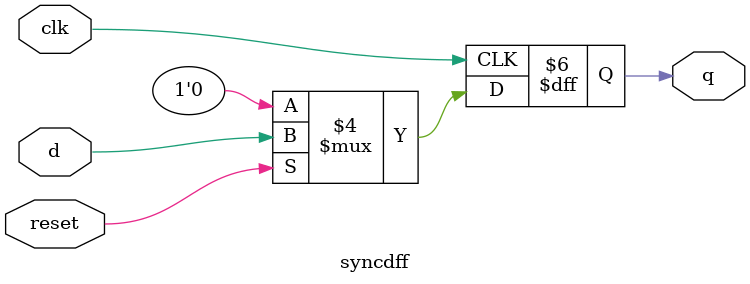
<source format=v>
module syncdff(d, clk, reset, q);
input d, clk, reset;
output q;
reg q;
always @ (posedge clk)
begin
if(reset == 1'b0)
q <= 1'b0;
else
q <= d;
end
endmodule 

</source>
